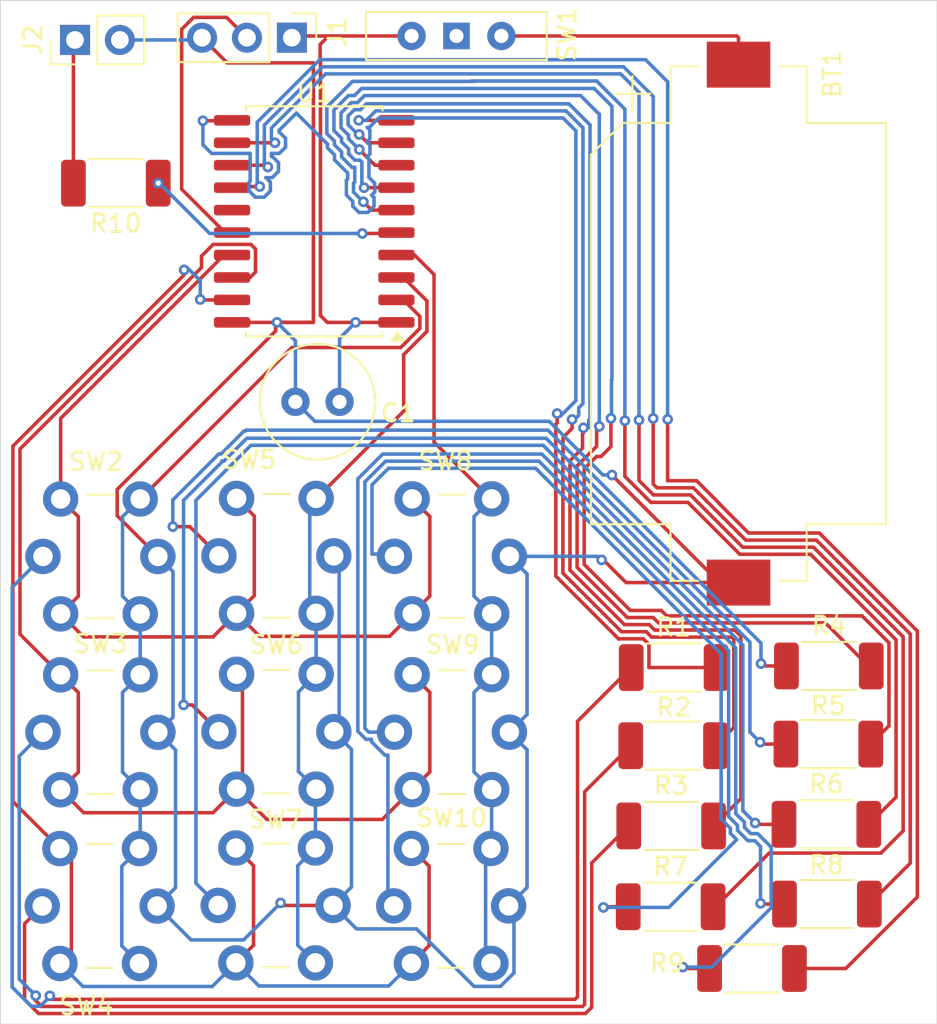
<source format=kicad_pcb>
(kicad_pcb (version 20241229) (generator "pcbnew") (generator_version "9.0")
  (layers (0 "F.Cu" signal) (2 "B.Cu" signal) (13 "F.Paste" user) (15 "B.Paste" user) (5 "F.SilkS" user "F.Silkscreen") (7 "B.SilkS" user "B.Silkscreen") (1 "F.Mask" user) (3 "B.Mask" user) (25 "Edge.Cuts" user))
  (net 0 "")
  (net 1 "GND")
  (net 2 "Net-(BT1-+)")
  (net 3 "BUTTON_ROW0")
  (net 4 "BUTTON_ROW1")
  (net 5 "BUTTON_ROW2")
  (net 6 "VCC")
  (net 7 "UPDI_DIN")
  (net 8 "LED0")
  (net 9 "LED1")
  (net 10 "LED2")
  (net 11 "LED3")
  (net 12 "LED4")
  (net 13 "LED5")
  (net 14 "LED6")
  (net 15 "LED7")
  (net 16 "LED8")
  (net 18 "BUTTON_COL0")
  (net 19 "BUTTON_COL1")
  (net 20 "BUTTON_COL2")
  (net 22 "SW_UART_TX")
  (net 23 "LED0_DRIVE")
  (net 24 "LED1_DRIVE")
  (net 25 "LED2_DRIVE")
  (net 26 "LED3_DRIVE")
  (net 27 "LED4_DRIVE")
  (net 28 "LED5_DRIVE")
  (net 29 "LED6_DRIVE")
  (net 30 "LED7_DRIVE")
  (net 31 "LED8_DRIVE")
  (net 32 "Net-(J2-Pin_1)")
  (footprint "Library:sw_push_6mm2_LED" (layer "F.Cu") (at 122.498 94.751)
    (property "Reference" "SW3")
    (property "Value" "SW_Push_LED" (hide yes))
  )
  (footprint "Resistor_SMD:R_2010_5025Metric_Pad1.40x2.65mm_HandSolder" (layer "F.Cu") (at 166.9582 93.2492)
    (property "Reference" "R4")
    (property "Value" "3.3K")
  )
  (footprint "Library:sw_push_6mm2_LED" (layer "F.Cu") (at 122.498 84.8044)
    (property "Reference" "SW2")
    (property "Value" "SW_Push_LED" (hide yes))
  )
  (footprint "Button_Switch_THT:SW_Slide-03_Wuerth-WS-SLTV_10x2.5x6.4_P2.54mm" (layer "F.Cu") (at 145.89 57.61 180)
    (property "Reference" "SW1")
    (property "Value" "PWR_SW")
  )
  (footprint "Library:sw_push_6mm2_LED" (layer "F.Cu") (at 132.452 94.717)
    (property "Reference" "SW6")
    (property "Value" "SW_Push_LED" (hide yes))
  )
  (footprint "Resistor_SMD:R_2010_5025Metric_Pad1.40x2.65mm_HandSolder" (layer "F.Cu") (at 158.0382 102.2992)
    (property "Reference" "R3")
    (property "Value" "3.3K")
  )
  (footprint "Battery:BatteryHolder_Keystone_1060_1x2032" (layer "F.Cu") (at 161.8488 73.8828 -90)
    (property "Reference" "BT1")
    (property "Value" "Battery_Cell")
  )
  (footprint "Library:sw_push_6mm2_LED" (layer "F.Cu") (at 142.3412 104.573)
    (property "Reference" "SW10")
    (property "Value" "SW_Push_LED" (hide yes))
  )
  (footprint "Library:sw_push_6mm2_LED" (layer "F.Cu") (at 132.4102 104.5464)
    (property "Reference" "SW7")
    (property "Value" "SW_Push_LED" (hide yes))
  )
  (footprint "Resistor_SMD:R_2010_5025Metric_Pad1.40x2.65mm_HandSolder" (layer "F.Cu") (at 126.619 65.9384 180)
    (property "Reference" "R10")
    (property "Value" "1k" (hide yes))
  )
  (footprint "Resistor_SMD:R_2010_5025Metric_Pad1.40x2.65mm_HandSolder" (layer "F.Cu") (at 166.9282 97.6692)
    (property "Reference" "R5")
    (property "Value" "3.3K")
  )
  (footprint "Library:sw_push_6mm2_LED" (layer "F.Cu") (at 122.4562 104.5804)
    (property "Reference" "SW4")
    (property "Value" "SW_Push_LED" (hide yes))
  )
  (footprint "Resistor_SMD:R_2010_5025Metric_Pad1.40x2.65mm_HandSolder" (layer "F.Cu") (at 158.0082 106.8692)
    (property "Reference" "R7")
    (property "Value" "3.3K")
  )
  (footprint "Connector_PinHeader_2.54mm:PinHeader_1x03_P2.54mm_Vertical" (layer "F.Cu") (at 136.5758 57.7088 -90)
    (property "Reference" "J1")
    (property "Value" "PRGRM")
  )
  (footprint "Package_SO:SOIC-20W_7.5x12.8mm_P1.27mm" (layer "F.Cu") (at 137.844 68.0974 180)
    (property "Reference" "U1")
    (property "Value" "ATtiny1616-S" (hide yes))
  )
  (footprint "Resistor_SMD:R_2010_5025Metric_Pad1.40x2.65mm_HandSolder" (layer "F.Cu") (at 166.8182 102.2092)
    (property "Reference" "R6")
    (property "Value" "3.3K")
  )
  (footprint "Resistor_SMD:R_2010_5025Metric_Pad1.40x2.65mm_HandSolder" (layer "F.Cu") (at 158.1782 93.3392)
    (property "Reference" "R1")
    (property "Value" "3.3K")
  )
  (footprint "Resistor_SMD:R_2010_5025Metric_Pad1.40x2.65mm_HandSolder" (layer "F.Cu") (at 166.8482 106.7192)
    (property "Reference" "R8")
    (property "Value" "3.3K")
  )
  (footprint "Resistor_SMD:R_2010_5025Metric_Pad1.40x2.65mm_HandSolder" (layer "F.Cu") (at 158.1482 97.7592)
    (property "Reference" "R2")
    (property "Value" "3.3K")
  )
  (footprint "Library:sw_push_6mm2_LED" (layer "F.Cu") (at 142.383 84.797)
    (property "Reference" "SW8")
    (property "Value" "SW_Push_LED" (hide yes))
  )
  (footprint "Library:sw_push_6mm2_LED" (layer "F.Cu") (at 132.452 84.7704)
    (property "Reference" "SW5")
    (property "Value" "SW_Push_LED" (hide yes))
  )
  (footprint "Library:sw_push_6mm2_LED" (layer "F.Cu") (at 142.383 94.7436)
    (property "Reference" "SW9")
    (property "Value" "SW_Push_LED" (hide yes))
  )
  (footprint "Capacitor_THT:C_Radial_D6.3mm_H7.0mm_P2.50mm" (layer "F.Cu") (at 139.279 78.3082 180)
    (property "Reference" "C1")
    (property "Value" "10uF" (hide yes))
  )
  (footprint "Resistor_SMD:R_2010_5025Metric_Pad1.40x2.65mm_HandSolder" (layer "F.Cu") (at 162.6108 110.363)
    (property "Reference" "R9")
    (property "Value" "3.3K")
  )
  (footprint "Connector_PinHeader_2.54mm:PinHeader_1x02_P2.54mm_Vertical" (layer "F.Cu") (at 124.3076 57.8358 90)
    (property "Reference" "J2")
    (property "Value" "DEBUG")
  )
  (gr_rect (start 120.0912 55.6006) (end 173.0756 113.5126) (stroke (width 0.05)) (fill no) (layer "Edge.Cuts"))
  (segment (start 160.7704 88.5328) (end 154.686 82.4484) (width 0.2) (layer "F.Cu") (net 1))
  (segment (start 135.9408 106.6546) (end 136.0826 106.7964) (width 0.2) (layer "F.Cu") (net 1))
  (segment (start 133.194 73.8124) (end 137.795 73.8124) (width 0.2) (layer "F.Cu") (net 1))
  (segment (start 132.9182 59.1312) (end 131.4958 57.7088) (width 0.2) (layer "F.Cu") (net 1))
  (segment (start 161.8488 88.5328) (end 160.7704 88.5328) (width 0.2) (layer "F.Cu") (net 1))
  (segment (start 126.697 83.265508) (end 126.697 84.7534) (width 0.2) (layer "F.Cu") (net 1))
  (segment (start 135.6614 74.301108) (end 126.697 83.265508) (width 0.2) (layer "F.Cu") (net 1))
  (segment (start 137.795 73.8124) (end 135.7376 73.8124) (width 0.2) (layer "F.Cu") (net 1))
  (segment (start 126.697 84.7534) (end 128.998 87.0544) (width 0.2) (layer "F.Cu") (net 1))
  (segment (start 135.7376 73.8124) (end 135.6614 73.8886) (width 0.2) (layer "F.Cu") (net 1))
  (segment (start 154.1526 87.1982) (end 154.1018 87.249) (width 0.2) (layer "F.Cu") (net 1))
  (segment (start 136.0826 106.7964) (end 138.9102 106.7964) (width 0.2) (layer "F.Cu") (net 1))
  (segment (start 135.6614 73.8886) (end 135.6614 74.301108) (width 0.2) (layer "F.Cu") (net 1))
  (segment (start 137.795 59.1312) (end 132.9182 59.1312) (width 0.2) (layer "F.Cu") (net 1))
  (segment (start 137.795 73.8124) (end 137.795 59.1312) (width 0.2) (layer "F.Cu") (net 1))
  (segment (start 135.7376 73.8124) (end 136.1694 73.8124) (width 0.2) (layer "F.Cu") (net 1))
  (segment (start 155.4872 88.5328) (end 154.1526 87.1982) (width 0.2) (layer "F.Cu") (net 1))
  (segment (start 161.8488 88.5328) (end 155.4872 88.5328) (width 0.2) (layer "F.Cu") (net 1))
  (via (at 135.7376 73.8124) (size 0.6) (drill 0.3) (layers "F.Cu" "B.Cu") (net 1))
  (via (at 135.9408 106.6546) (size 0.6) (drill 0.3) (layers "F.Cu" "B.Cu") (net 1))
  (via (at 154.1018 87.249) (size 0.6) (drill 0.3) (layers "F.Cu" "B.Cu") (net 1))
  (via (at 154.686 82.4484) (size 0.6) (drill 0.3) (layers "F.Cu" "B.Cu") (net 1))
  (segment (start 148.883 87.047) (end 149.883 88.047) (width 0.2) (layer "B.Cu") (net 1))
  (segment (start 153.8998 87.047) (end 148.883 87.047) (width 0.2) (layer "B.Cu") (net 1))
  (segment (start 129.8534 96.1456) (end 128.998 97.001) (width 0.2) (layer "B.Cu") (net 1))
  (segment (start 137.88 79.4092) (end 136.779 78.3082) (width 0.2) (layer "B.Cu") (net 1))
  (segment (start 148.380092 111.374) (end 146.8832 111.374) (width 0.2) (layer "B.Cu") (net 1))
  (segment (start 138.952 96.967) (end 139.952 97.967) (width 0.2) (layer "B.Cu") (net 1))
  (segment (start 149.883 97.9936) (end 149.883 105.7812) (width 0.2) (layer "B.Cu") (net 1))
  (segment (start 128.9562 106.8304) (end 130.8712 108.7454) (width 0.2) (layer "B.Cu") (net 1))
  (segment (start 149.1422 110.611892) (end 148.380092 111.374) (width 0.2) (layer "B.Cu") (net 1))
  (segment (start 129.998 105.7886) (end 128.9562 106.8304) (width 0.2) (layer "B.Cu") (net 1))
  (segment (start 139.253 96.666) (end 138.952 96.967) (width 0.2) (layer "B.Cu") (net 1))
  (segment (start 136.779 74.8538) (end 136.779 78.3082) (width 0.2) (layer "B.Cu") (net 1))
  (segment (start 149.883 88.047) (end 149.883 95.9936) (width 0.2) (layer "B.Cu") (net 1))
  (segment (start 128.998 87.0544) (end 129.8534 87.9098) (width 0.2) (layer "B.Cu") (net 1))
  (segment (start 153.8998 87.047) (end 154.1018 87.249) (width 0.2) (layer "B.Cu") (net 1))
  (segment (start 149.883 105.7812) (end 148.8412 106.823) (width 0.2) (layer "B.Cu") (net 1))
  (segment (start 143.6332 108.124) (end 140.2378 108.124) (width 0.2) (layer "B.Cu") (net 1))
  (segment (start 148.883 96.9936) (end 149.883 97.9936) (width 0.2) (layer "B.Cu") (net 1))
  (segment (start 148.8412 106.823) (end 149.1422 107.124) (width 0.2) (layer "B.Cu") (net 1))
  (segment (start 129.998 98.001) (end 129.998 105.7886) (width 0.2) (layer "B.Cu") (net 1))
  (segment (start 140.2378 108.124) (end 138.9102 106.7964) (width 0.2) (layer "B.Cu") (net 1))
  (segment (start 133.85 108.7454) (end 135.9408 106.6546) (width 0.2) (layer "B.Cu") (net 1))
  (segment (start 139.952 97.967) (end 139.952 105.7546) (width 0.2) (layer "B.Cu") (net 1))
  (segment (start 130.8712 108.7454) (end 133.85 108.7454) (width 0.2) (layer "B.Cu") (net 1))
  (segment (start 151.1383 79.4092) (end 137.88 79.4092) (width 0.2) (layer "B.Cu") (net 1))
  (segment (start 129.8534 87.9098) (end 129.8534 96.1456) (width 0.2) (layer "B.Cu") (net 1))
  (segment (start 139.952 105.7546) (end 138.9102 106.7964) (width 0.2) (layer "B.Cu") (net 1))
  (segment (start 139.253 87.3214) (end 139.253 96.666) (width 0.2) (layer "B.Cu") (net 1))
  (segment (start 154.1775 82.4484) (end 151.1383 79.4092) (width 0.2) (layer "B.Cu") (net 1))
  (segment (start 126.8476 57.8358) (end 131.3688 57.8358) (width 0.2) (layer "B.Cu") (net 1))
  (segment (start 146.8832 111.374) (end 143.6332 108.124) (width 0.2) (layer "B.Cu") (net 1))
  (segment (start 131.3688 57.8358) (end 131.4958 57.7088) (width 0.2) (layer "B.Cu") (net 1))
  (segment (start 138.952 87.0204) (end 139.253 87.3214) (width 0.2) (layer "B.Cu") (net 1))
  (segment (start 128.998 97.001) (end 129.998 98.001) (width 0.2) (layer "B.Cu") (net 1))
  (segment (start 135.7376 73.8124) (end 136.779 74.8538) (width 0.2) (layer "B.Cu") (net 1))
  (segment (start 154.686 82.4484) (end 154.1775 82.4484) (width 0.2) (layer "B.Cu") (net 1))
  (segment (start 149.1422 107.124) (end 149.1422 110.611892) (width 0.2) (layer "B.Cu") (net 1))
  (segment (start 149.883 95.9936) (end 148.883 96.9936) (width 0.2) (layer "B.Cu") (net 1))
  (segment (start 148.43 57.61) (end 161.75 57.61) (width 0.2) (layer "F.Cu") (net 2))
  (segment (start 161.75 57.61) (end 161.8488 57.7088) (width 0.2) (layer "F.Cu") (net 2))
  (segment (start 161.8488 57.7088) (end 161.8488 59.2328) (width 0.2) (layer "F.Cu") (net 2))
  (segment (start 127.998 83.8044) (end 128.0062 83.8044) (width 0.2) (layer "F.Cu") (net 3))
  (segment (start 143.82 74.153368) (end 143.82 73.471432) (width 0.2) (layer "F.Cu") (net 3))
  (segment (start 142.890968 72.5424) (end 142.494 72.5424) (width 0.2) (layer "F.Cu") (net 3))
  (segment (start 142.738568 75.2348) (end 143.82 74.153368) (width 0.2) (layer "F.Cu") (net 3))
  (segment (start 143.82 73.471432) (end 142.890968 72.5424) (width 0.2) (layer "F.Cu") (net 3))
  (segment (start 128.0062 83.8044) (end 136.5758 75.2348) (width 0.2) (layer "F.Cu") (net 3))
  (segment (start 136.5758 75.2348) (end 142.738568 75.2348) (width 0.2) (layer "F.Cu") (net 3))
  (segment (start 126.998 89.3044) (end 127.998 90.3044) (width 0.2) (layer "B.Cu") (net 3))
  (segment (start 126.9562 104.5804) (end 126.9562 109.0804) (width 0.2) (layer "B.Cu") (net 3))
  (segment (start 127.998 103.5386) (end 127.9562 103.5804) (width 0.2) (layer "B.Cu") (net 3))
  (segment (start 126.998 84.8044) (end 126.998 89.3044) (width 0.2) (layer "B.Cu") (net 3))
  (segment (start 127.998 90.3044) (end 127.998 93.751) (width 0.2) (layer "B.Cu") (net 3))
  (segment (start 127.998 93.751) (end 126.998 94.751) (width 0.2) (layer "B.Cu") (net 3))
  (segment (start 126.998 94.751) (end 126.998 99.251) (width 0.2) (layer "B.Cu") (net 3))
  (segment (start 126.998 99.251) (end 127.998 100.251) (width 0.2) (layer "B.Cu") (net 3))
  (segment (start 127.998 83.8044) (end 126.998 84.8044) (width 0.2) (layer "B.Cu") (net 3))
  (segment (start 126.9562 109.0804) (end 127.9562 110.0804) (width 0.2) (layer "B.Cu") (net 3))
  (segment (start 127.998 100.251) (end 127.998 103.5386) (width 0.2) (layer "B.Cu") (net 3))
  (segment (start 127.9562 103.5804) (end 126.9562 104.5804) (width 0.2) (layer "B.Cu") (net 3))
  (segment (start 142.890968 71.2724) (end 144.221 72.602432) (width 0.2) (layer "F.Cu") (net 4))
  (segment (start 142.904668 75.6358) (end 142.904668 78.837332) (width 0.2) (layer "F.Cu") (net 4))
  (segment (start 144.221 74.319468) (end 142.904668 75.6358) (width 0.2) (layer "F.Cu") (net 4))
  (segment (start 142.904668 78.837332) (end 137.9716 83.7704) (width 0.2) (layer "F.Cu") (net 4))
  (segment (start 142.494 71.2724) (end 142.890968 71.2724) (width 0.2) (layer "F.Cu") (net 4))
  (segment (start 137.9716 83.7704) (end 137.952 83.7704) (width 0.2) (layer "F.Cu") (net 4))
  (segment (start 144.221 72.602432) (end 144.221 74.319468) (width 0.2) (layer "F.Cu") (net 4))
  (segment (start 137.952 93.717) (end 136.952 94.717) (width 0.2) (layer "B.Cu") (net 4))
  (segment (start 136.9102 109.0464) (end 137.9102 110.0464) (width 0.2) (layer "B.Cu") (net 4))
  (segment (start 137.5918 89.9102) (end 137.952 90.2704) (width 0.2) (layer "B.Cu") (net 4))
  (segment (start 137.952 100.217) (end 137.952 100.233) (width 0.2) (layer "B.Cu") (net 4))
  (segment (start 137.952 100.233) (end 137.9102 100.2748) (width 0.2) (layer "B.Cu") (net 4))
  (segment (start 136.952 99.217) (end 137.952 100.217) (width 0.2) (layer "B.Cu") (net 4))
  (segment (start 137.9102 103.5464) (end 136.9102 104.5464) (width 0.2) (layer "B.Cu") (net 4))
  (segment (start 137.9102 100.2748) (end 137.9102 103.5464) (width 0.2) (layer "B.Cu") (net 4))
  (segment (start 136.9102 104.5464) (end 136.9102 109.0464) (width 0.2) (layer "B.Cu") (net 4))
  (segment (start 136.952 94.717) (end 136.952 99.217) (width 0.2) (layer "B.Cu") (net 4))
  (segment (start 137.5918 84.1306) (end 137.5918 89.9102) (width 0.2) (layer "B.Cu") (net 4))
  (segment (start 137.952 83.7704) (end 137.5918 84.1306) (width 0.2) (layer "B.Cu") (net 4))
  (segment (start 137.952 90.2704) (end 137.952 93.717) (width 0.2) (layer "B.Cu") (net 4))
  (segment (start 143.518999 70.0024) (end 144.622 71.105401) (width 0.2) (layer "F.Cu") (net 5))
  (segment (start 144.622 80.5886) (end 147.8304 83.797) (width 0.2) (layer "F.Cu") (net 5))
  (segment (start 147.8304 83.797) (end 147.883 83.797) (width 0.2) (layer "F.Cu") (net 5))
  (segment (start 142.494 70.0024) (end 143.518999 70.0024) (width 0.2) (layer "F.Cu") (net 5))
  (segment (start 144.622 71.105401) (end 144.622 80.5886) (width 0.2) (layer "F.Cu") (net 5))
  (segment (start 146.883 99.2436) (end 147.883 100.2436) (width 0.2) (layer "B.Cu") (net 5))
  (segment (start 146.883 94.7436) (end 146.883 99.2436) (width 0.2) (layer "B.Cu") (net 5))
  (segment (start 147.883 100.2436) (end 147.883 103.5312) (width 0.2) (layer "B.Cu") (net 5))
  (segment (start 147.883 93.7436) (end 146.883 94.7436) (width 0.2) (layer "B.Cu") (net 5))
  (segment (start 147.5402 103.874) (end 147.5402 109.772) (width 0.2) (layer "B.Cu") (net 5))
  (segment (start 146.883 84.797) (end 146.883 89.297) (width 0.2) (layer "B.Cu") (net 5))
  (segment (start 147.883 90.297) (end 147.883 93.7436) (width 0.2) (layer "B.Cu") (net 5))
  (segment (start 147.883 103.5312) (end 147.8412 103.573) (width 0.2) (layer "B.Cu") (net 5))
  (segment (start 147.5402 109.772) (end 147.8412 110.073) (width 0.2) (layer "B.Cu") (net 5))
  (segment (start 147.8412 103.573) (end 147.5402 103.874) (width 0.2) (layer "B.Cu") (net 5))
  (segment (start 147.883 83.797) (end 146.883 84.797) (width 0.2) (layer "B.Cu") (net 5))
  (segment (start 146.883 89.297) (end 147.883 90.297) (width 0.2) (layer "B.Cu") (net 5))
  (segment (start 138.176 58.0926) (end 138.6586 57.61) (width 0.2) (layer "F.Cu") (net 6))
  (segment (start 138.176 58.9451) (end 138.176 58.0926) (width 0.2) (layer "F.Cu") (net 6))
  (segment (start 136.6746 57.61) (end 138.6586 57.61) (width 0.2) (layer "F.Cu") (net 6))
  (segment (start 136.5758 57.7088) (end 136.6746 57.61) (width 0.2) (layer "F.Cu") (net 6))
  (segment (start 138.196 58.9651) (end 138.176 58.9451) (width 0.2) (layer "F.Cu") (net 6))
  (segment (start 138.6586 57.61) (end 143.35 57.61) (width 0.2) (layer "F.Cu") (net 6))
  (segment (start 140.1826 73.8124) (end 142.494 73.8124) (width 0.2) (layer "F.Cu") (net 6))
  (segment (start 138.5824 73.8124) (end 140.1826 73.8124) (width 0.2) (layer "F.Cu") (net 6))
  (segment (start 138.196 73.426) (end 138.196 58.9651) (width 0.2) (layer "F.Cu") (net 6))
  (segment (start 138.5824 73.8124) (end 138.196 73.426) (width 0.2) (layer "F.Cu") (net 6))
  (via (at 140.1826 73.8124) (size 0.6) (drill 0.3) (layers "F.Cu" "B.Cu") (net 6))
  (segment (start 139.279 74.716) (end 139.279 78.3082) (width 0.2) (layer "B.Cu") (net 6))
  (segment (start 140.1826 73.8124) (end 139.279 74.716) (width 0.2) (layer "B.Cu") (net 6))
  (segment (start 132.797032 68.7324) (end 133.194 68.7324) (width 0.2) (layer "F.Cu") (net 7))
  (segment (start 132.8848 56.5578) (end 131.01904 56.5578) (width 0.2) (layer "F.Cu") (net 7))
  (segment (start 134.0358 57.7088) (end 132.8848 56.5578) (width 0.2) (layer "F.Cu") (net 7))
  (segment (start 130.3448 57.23204) (end 130.3448 66.280168) (width 0.2) (layer "F.Cu") (net 7))
  (segment (start 130.3448 66.280168) (end 132.797032 68.7324) (width 0.2) (layer "F.Cu") (net 7))
  (segment (start 131.01904 56.5578) (end 130.3448 57.23204) (width 0.2) (layer "F.Cu") (net 7))
  (segment (start 151.511 82.1944) (end 151.511 88.1634) (width 0.2) (layer "F.Cu") (net 8))
  (segment (start 131.5466 62.4078) (end 133.1686 62.4078) (width 0.2) (layer "F.Cu") (net 8))
  (segment (start 151.5872 78.9686) (end 151.5872 79.502) (width 0.2) (layer "F.Cu") (net 8))
  (segment (start 155.09304 91.7132) (end 156.46336 91.7132) (width 0.2) (layer "F.Cu") (net 8))
  (segment (start 156.46336 91.7132) (end 156.7792 92.02904) (width 0.2) (layer "F.Cu") (net 8))
  (segment (start 156.7792 93.3392) (end 160.5782 93.3392) (width 0.2) (layer "F.Cu") (net 8))
  (segment (start 155.07692 91.72932) (end 155.09304 91.7132) (width 0.2) (layer "F.Cu") (net 8))
  (segment (start 151.511 82.2706) (end 151.511 82.1944) (width 0.2) (layer "F.Cu") (net 8))
  (segment (start 151.511 88.1634) (end 155.07692 91.72932) (width 0.2) (layer "F.Cu") (net 8))
  (segment (start 151.5872 79.502) (end 151.511 79.5782) (width 0.2) (layer "F.Cu") (net 8))
  (segment (start 151.511 79.5782) (end 151.511 82.2706) (width 0.2) (layer "F.Cu") (net 8))
  (segment (start 133.1686 62.4078) (end 133.194 62.3824) (width 0.2) (layer "F.Cu") (net 8))
  (segment (start 156.7792 92.02904) (end 156.7792 93.3392) (width 0.2) (layer "F.Cu") (net 8))
  (via (at 131.5466 62.4078) (size 0.6) (drill 0.3) (layers "F.Cu" "B.Cu") (net 8))
  (via (at 151.5872 78.9686) (size 0.6) (drill 0.3) (layers "F.Cu" "B.Cu") (net 8))
  (segment (start 138.991464 64.615982) (end 138.991464 64.334552) (width 0.2) (layer "B.Cu") (net 8))
  (segment (start 135.8563 63.0514) (end 135.869943 63.0514) (width 0.2) (layer "B.Cu") (net 8))
  (segment (start 140.376306 67.592404) (end 140.024249 67.240347) (width 0.2) (layer "B.Cu") (net 8))
  (segment (start 151.9199 62.25) (end 141.4917 62.25) (width 0.2) (layer "B.Cu") (net 8))
  (segment (start 136.222 63.403457) (end 136.222 63.901343) (width 0.2) (layer "B.Cu") (net 8))
  (segment (start 138.586009 63.726352) (end 136.832478 61.972822) (width 0.2) (layer "B.Cu") (net 8))
  (segment (start 140.991009 62.932911) (end 140.991009 63.430797) (width 0.2) (layer "B.Cu") (net 8))
  (segment (start 141.226249 66.742461) (end 141.226249 67.240347) (width 0.2) (layer "B.Cu") (net 8))
  (segment (start 139.7362 65.360718) (end 138.991464 64.615982) (width 0.2) (layer "B.Cu") (net 8))
  (segment (start 152.6448 78.2412) (end 152.6448 62.9749) (width 0.2) (layer "B.Cu") (net 8))
  (segment (start 140.9392 65.616457) (end 141.2662 65.943457) (width 0.2) (layer "B.Cu") (net 8))
  (segment (start 139.663199 66.607443) (end 139.6632 65.777357) (width 0.2) (layer "B.Cu") (net 8))
  (segment (start 132.0377 64.2534) (end 131.5466 63.7623) (width 0.2) (layer "B.Cu") (net 8))
  (segment (start 140.841498 62.7834) (end 140.991009 62.932911) (width 0.2) (layer "B.Cu") (net 8))
  (segment (start 131.5466 63.7623) (end 131.5466 62.4078) (width 0.2) (layer "B.Cu") (net 8))
  (segment (start 135.468943 64.423) (end 135.821 64.775057) (width 0.2) (layer "B.Cu") (net 8))
  (segment (start 141.4917 62.25) (end 140.9583 62.7834) (width 0.2) (layer "B.Cu") (net 8))
  (segment (start 152.6448 62.9749) (end 151.9199 62.25) (width 0.2) (layer "B.Cu") (net 8))
  (segment (start 151.773879 79.112121) (end 152.6448 78.2412) (width 0.2) (layer "B.Cu") (net 8))
  (segment (start 140.9392 64.580988) (end 140.9392 65.616457) (width 0.2) (layer "B.Cu") (net 8))
  (segment (start 138.586009 63.929097) (end 138.586009 63.726352) (width 0.2) (layer "B.Cu") (net 8))
  (segment (start 139.6632 65.777357) (end 139.7362 65.704357) (width 0.2) (layer "B.Cu") (net 8))
  (segment (start 135.361715 65.878942) (end 135.361715 66.376828) (width 0.2) (layer "B.Cu") (net 8))
  (segment (start 135.821 64.775057) (end 135.821 65.272943) (width 0.2) (layer "B.Cu") (net 8))
  (segment (start 134.511772 66.728885) (end 134.159715 66.376828) (width 0.2) (layer "B.Cu") (net 8))
  (segment (start 134.159715 65.878942) (end 134.219 65.819657) (width 0.2) (layer "B.Cu") (net 8))
  (segment (start 135.361715 66.376828) (end 135.009658 66.728885) (width 0.2) (layer "B.Cu") (net 8))
  (segment (start 135.821 65.272943) (end 135.468943 65.625) (width 0.2) (layer "B.Cu") (net 8))
  (segment (start 140.991009 63.430797) (end 140.815687 63.606119) (width 0.2) (layer "B.Cu") (net 8))
  (segment (start 136.222 63.901343) (end 135.869943 64.2534) (width 0.2) (layer "B.Cu") (net 8))
  (segment (start 141.2662 66.441343) (end 141.095665 66.611878) (width 0.2) (layer "B.Cu") (net 8))
  (segment (start 141.226249 67.240347) (end 140.874192 67.592404) (width 0.2) (layer "B.Cu") (net 8))
  (segment (start 140.995464 63.785896) (end 140.995464 64.283782) (width 0.2) (layer "B.Cu") (net 8))
  (segment (start 135.422 64.2534) (end 135.422 64.423) (width 0.2) (layer "B.Cu") (net 8))
  (segment (start 135.869943 64.2534) (end 135.422 64.2534) (width 0.2) (layer "B.Cu") (net 8))
  (segment (start 135.009658 66.728885) (end 134.511772 66.728885) (width 0.2) (layer "B.Cu") (net 8))
  (segment (start 139.7362 65.704357) (end 139.7362 65.360718) (width 0.2) (layer "B.Cu") (net 8))
  (segment (start 135.422 64.423) (end 135.468943 64.423) (width 0.2) (layer "B.Cu") (net 8))
  (segment (start 140.024249 66.968492) (end 139.663199 66.607443) (width 0.2) (layer "B.Cu") (net 8))
  (segment (start 135.468943 65.625) (end 135.107773 65.625) (width 0.2) (layer "B.Cu") (net 8))
  (segment (start 134.159715 66.376828) (end 134.159715 65.878942) (width 0.2) (layer "B.Cu") (net 8))
  (segment (start 151.5872 78.9686) (end 151.730721 79.112121) (width 0.2) (layer "B.Cu") (net 8))
  (segment (start 140.995464 64.283782) (end 140.818729 64.460517) (width 0.2) (layer "B.Cu") (net 8))
  (segment (start 140.874192 67.592404) (end 140.376306 67.592404) (width 0.2) (layer "B.Cu") (net 8))
  (segment (start 140.024249 67.240347) (end 140.024249 66.968492) (width 0.2) (layer "B.Cu") (net 8))
  (segment (start 134.219 64.2534) (end 132.0377 64.2534) (width 0.2) (layer "B.Cu") (net 8))
  (segment (start 138.991464 64.334552) (end 138.586009 63.929097) (width 0.2) (layer "B.Cu") (net 8))
  (segment (start 135.8563 62.949) (end 135.8563 63.0514) (width 0.2) (layer "B.Cu") (net 8))
  (segment (start 140.818729 64.460517) (end 140.9392 64.580988) (width 0.2) (layer "B.Cu") (net 8))
  (segment (start 141.095665 66.611878) (end 141.226249 66.742461) (width 0.2) (layer "B.Cu") (net 8))
  (segment (start 140.815687 63.606119) (end 140.995464 63.785896) (width 0.2) (layer "B.Cu") (net 8))
  (segment (start 135.107773 65.625) (end 135.361715 65.878942) (width 0.2) (layer "B.Cu") (net 8))
  (segment (start 141.2662 65.943457) (end 141.2662 66.441343) (width 0.2) (layer "B.Cu") (net 8))
  (segment (start 140.9583 62.7834) (end 140.841498 62.7834) (width 0.2) (layer "B.Cu") (net 8))
  (segment (start 135.869943 63.0514) (end 136.222 63.403457) (width 0.2) (layer "B.Cu") (net 8))
  (segment (start 136.832478 61.972822) (end 135.8563 62.949) (width 0.2) (layer "B.Cu") (net 8))
  (segment (start 151.730721 79.112121) (end 151.773879 79.112121) (width 0.2) (layer "B.Cu") (net 8))
  (segment (start 134.219 65.819657) (end 134.219 64.2534) (width 0.2) (layer "B.Cu") (net 8))
  (segment (start 161.4678 91.6178) (end 161.5792 91.7292) (width 0.2) (layer "F.Cu") (net 9))
  (segment (start 161.5792 96.7282) (end 160.5482 97.7592) (width 0.2) (layer "F.Cu") (net 9))
  (segment (start 156.62946 91.3122) (end 156.93506 91.6178) (width 0.2) (layer "F.Cu") (net 9))
  (segment (start 151.9174 80.32242) (end 151.9174 81.4832) (width 0.2) (layer "F.Cu") (net 9))
  (segment (start 156.93506 91.6178) (end 161.4678 91.6178) (width 0.2) (layer "F.Cu") (net 9))
  (segment (start 151.912 87.9973) (end 155.2269 91.3122) (width 0.2) (layer "F.Cu") (net 9))
  (segment (start 155.2269 91.3122) (end 156.62946 91.3122) (width 0.2) (layer "F.Cu") (net 9))
  (segment (start 152.430565 79.303965) (end 152.430565 79.809255) (width 0.2) (layer "F.Cu") (net 9))
  (segment (start 151.9174 81.4832) (end 151.912 81.4778) (width 0.2) (layer "F.Cu") (net 9))
  (segment (start 161.5792 91.7292) (end 161.5792 96.7282) (width 0.2) (layer "F.Cu") (net 9))
  (segment (start 152.430565 79.809255) (end 151.9174 80.32242) (width 0.2) (layer "F.Cu") (net 9))
  (segment (start 140.3604 62.3824) (end 142.494 62.3824) (width 0.2) (layer "F.Cu") (net 9))
  (segment (start 151.912 81.4778) (end 151.912 87.9973) (width 0.2) (layer "F.Cu") (net 9))
  (via (at 152.430565 79.303965) (size 0.6) (drill 0.3) (layers "F.Cu" "B.Cu") (net 9))
  (via (at 140.3604 62.3824) (size 0.6) (drill 0.3) (layers "F.Cu" "B.Cu") (net 9))
  (segment (start 153.0458 78.4073) (end 153.0458 62.8088) (width 0.2) (layer "B.Cu") (net 9))
  (segment (start 141.3256 61.849) (end 140.7922 62.3824) (width 0.2) (layer "B.Cu") (net 9))
  (segment (start 153.0458 62.8088) (end 152.086 61.849) (width 0.2) (layer "B.Cu") (net 9))
  (segment (start 152.8064 78.6467) (end 153.0458 78.4073) (width 0.2) (layer "B.Cu") (net 9))
  (segment (start 152.430565 79.303965) (end 152.572635 79.303965) (width 0.2) (layer "B.Cu") (net 9))
  (segment (start 140.7922 62.3824) (end 140.3604 62.3824) (width 0.2) (layer "B.Cu") (net 9))
  (segment (start 152.086 61.849) (end 141.3256 61.849) (width 0.2) (layer "B.Cu") (net 9))
  (segment (start 152.572635 79.303965) (end 152.8064 79.0702) (width 0.2) (layer "B.Cu") (net 9))
  (segment (start 152.8064 79.0702) (end 152.8064 78.6467) (width 0.2) (layer "B.Cu") (net 9))
  (segment (start 161.6339 91.2168) (end 161.9802 91.5631) (width 0.2) (layer "F.Cu") (net 10))
  (segment (start 153.075691 80.057551) (end 153.022828 80.110414) (width 0.2) (layer "F.Cu") (net 10))
  (segment (start 140.390009 63.181854) (end 140.860555 63.6524) (width 0.2) (layer "F.Cu") (net 10))
  (segment (start 156.79556 90.9112) (end 157.10116 91.2168) (width 0.2) (layer "F.Cu") (net 10))
  (segment (start 140.860555 63.6524) (end 142.494 63.6524) (width 0.2) (layer "F.Cu") (net 10))
  (segment (start 161.9802 100.7572) (end 160.4382 102.2992) (width 0.2) (layer "F.Cu") (net 10))
  (segment (start 155.393 90.9112) (end 156.79556 90.9112) (width 0.2) (layer "F.Cu") (net 10))
  (segment (start 153.075691 79.777058) (end 153.075691 80.057551) (width 0.2) (layer "F.Cu") (net 10))
  (segment (start 153.022828 80.926724) (end 152.313 81.636552) (width 0.2) (layer "F.Cu") (net 10))
  (segment (start 153.022828 80.110414) (end 153.022828 80.926724) (width 0.2) (layer "F.Cu") (net 10))
  (segment (start 157.10116 91.2168) (end 161.6339 91.2168) (width 0.2) (layer "F.Cu") (net 10))
  (segment (start 152.313 87.8312) (end 155.393 90.9112) (width 0.2) (layer "F.Cu") (net 10))
  (segment (start 161.9802 91.5631) (end 161.9802 100.7572) (width 0.2) (layer "F.Cu") (net 10))
  (segment (start 152.313 81.636552) (end 152.313 87.8312) (width 0.2) (layer "F.Cu") (net 10))
  (via (at 140.390009 63.181854) (size 0.6) (drill 0.3) (layers "F.Cu" "B.Cu") (net 10))
  (via (at 153.075691 79.777058) (size 0.6) (drill 0.3) (layers "F.Cu" "B.Cu") (net 10))
  (segment (start 153.075691 79.777058) (end 153.369542 79.777058) (width 0.2) (layer "B.Cu") (net 10))
  (segment (start 139.7594 62.631343) (end 139.7594 62.133457) (width 0.2) (layer "B.Cu") (net 10))
  (segment (start 140.309911 63.181854) (end 139.7594 62.631343) (width 0.2) (layer "B.Cu") (net 10))
  (segment (start 153.370347 79.349853) (end 153.4468 79.2734) (width 0.2) (layer "B.Cu") (net 10))
  (segment (start 153.369542 79.777058) (end 153.370347 79.776253) (width 0.2) (layer "B.Cu") (net 10))
  (segment (start 140.390009 63.181854) (end 140.352555 63.1444) (width 0.2) (layer "B.Cu") (net 10))
  (segment (start 153.4468 62.6427) (end 153.4468 79.2734) (width 0.2) (layer "B.Cu") (net 10))
  (segment (start 140.390009 63.181854) (end 140.309911 63.181854) (width 0.2) (layer "B.Cu") (net 10))
  (segment (start 140.4534 61.7814) (end 140.7868 61.448) (width 0.2) (layer "B.Cu") (net 10))
  (segment (start 153.4468 79.2734) (end 153.4468 79.4058) (width 0.2) (layer "B.Cu") (net 10))
  (segment (start 152.2521 61.448) (end 153.4468 62.6427) (width 0.2) (layer "B.Cu") (net 10))
  (segment (start 153.370347 79.776253) (end 153.370347 79.349853) (width 0.2) (layer "B.Cu") (net 10))
  (segment (start 139.7594 62.133457) (end 140.111457 61.7814) (width 0.2) (layer "B.Cu") (net 10))
  (segment (start 140.111457 61.7814) (end 140.4534 61.7814) (width 0.2) (layer "B.Cu") (net 10))
  (segment (start 140.7868 61.448) (end 152.2521 61.448) (width 0.2) (layer "B.Cu") (net 10))
  (segment (start 157.022 90.5102) (end 157.3276 90.8158) (width 0.2) (layer "F.Cu") (net 11))
  (segment (start 169.1952 93.2492) (end 169.3582 93.2492) (width 0.2) (layer "F.Cu") (net 11))
  (segment (start 157.3276 90.8158) (end 166.7618 90.8158) (width 0.2) (layer "F.Cu") (net 11))
  (segment (start 152.714 87.6651) (end 152.714 81.929952) (width 0.2) (layer "F.Cu") (net 11))
  (segment (start 152.714 87.6651) (end 155.5591 90.5102) (width 0.2) (layer "F.Cu") (net 11))
  (segment (start 153.8224 80.821552) (end 153.8224 79.846039) (width 0.2) (layer "F.Cu") (net 11))
  (segment (start 152.714 81.929952) (end 153.8224 80.821552) (width 0.2) (layer "F.Cu") (net 11))
  (segment (start 153.8224 79.846039) (end 153.971347 79.697092) (width 0.2) (layer "F.Cu") (net 11))
  (segment (start 140.394464 64.034839) (end 141.282025 64.9224) (width 0.2) (layer "F.Cu") (net 11))
  (segment (start 141.282025 64.9224) (end 142.494 64.9224) (width 0.2) (layer "F.Cu") (net 11))
  (segment (start 166.7618 90.8158) (end 169.1952 93.2492) (width 0.2) (layer "F.Cu") (net 11))
  (segment (start 155.5591 90.5102) (end 157.022 90.5102) (width 0.2) (layer "F.Cu") (net 11))
  (via (at 140.394464 64.034839) (size 0.6) (drill 0.3) (layers "F.Cu" "B.Cu") (net 11))
  (via (at 153.971347 79.697092) (size 0.6) (drill 0.3) (layers "F.Cu" "B.Cu") (net 11))
  (segment (start 152.908 60.98) (end 140.696 60.98) (width 0.2) (layer "B.Cu") (net 11))
  (segment (start 140.696 60.98) (end 140.629 61.047) (width 0.2) (layer "B.Cu") (net 11))
  (segment (start 153.971347 62.23) (end 153.971347 62.043347) (width 0.2) (layer "B.Cu") (net 11))
  (segment (start 140.141066 63.782854) (end 140.142479 63.782854) (width 0.2) (layer "B.Cu") (net 11))
  (segment (start 139.789009 63.430797) (end 140.141066 63.782854) (width 0.2) (layer "B.Cu") (net 11))
  (segment (start 153.971347 62.043347) (end 152.908 60.98) (width 0.2) (layer "B.Cu") (net 11))
  (segment (start 139.945357 61.3804) (end 139.3584 61.967357) (width 0.2) (layer "B.Cu") (net 11))
  (segment (start 140.629 61.047) (end 140.6207 61.047) (width 0.2) (layer "B.Cu") (net 11))
  (segment (start 153.971347 79.697092) (end 153.971347 62.23) (width 0.2) (layer "B.Cu") (net 11))
  (segment (start 139.789009 63.228052) (end 139.789009 63.430797) (width 0.2) (layer "B.Cu") (net 11))
  (segment (start 139.3584 61.967357) (end 139.3584 62.797443) (width 0.2) (layer "B.Cu") (net 11))
  (segment (start 140.6207 61.047) (end 140.2873 61.3804) (width 0.2) (layer "B.Cu") (net 11))
  (segment (start 140.142479 63.782854) (end 140.394464 64.034839) (width 0.2) (layer "B.Cu") (net 11))
  (segment (start 153.971347 62.23) (end 153.971347 62.030253) (width 0.2) (layer "B.Cu") (net 11))
  (segment (start 140.2873 61.3804) (end 139.945357 61.3804) (width 0.2) (layer "B.Cu") (net 11))
  (segment (start 139.3584 62.797443) (end 139.789009 63.228052) (width 0.2) (layer "B.Cu") (net 11))
  (segment (start 153.115 87.499) (end 155.7252 90.1092) (width 0.2) (layer "F.Cu") (net 12))
  (segment (start 168.83496 90.4148) (end 170.3592 91.93904) (width 0.2) (layer "F.Cu") (net 12))
  (segment (start 170.3592 91.93904) (end 170.3592 96.6382) (width 0.2) (layer "F.Cu") (net 12))
  (segment (start 154.629885 80.839859) (end 154.629885 79.242856) (width 0.2) (layer "F.Cu") (net 12))
  (segment (start 157.7848 90.4148) (end 168.83496 90.4148) (width 0.2) (layer "F.Cu") (net 12))
  (segment (start 140.6652 66.1924) (end 142.494 66.1924) (width 0.2) (layer "F.Cu") (net 12))
  (segment (start 154.071343 81.3984) (end 154.629885 80.839859) (width 0.2) (layer "F.Cu") (net 12))
  (segment (start 170.3592 96.6382) (end 169.3282 97.6692) (width 0.2) (layer "F.Cu") (net 12))
  (segment (start 154.071343 81.3984) (end 153.812652 81.3984) (width 0.2) (layer "F.Cu") (net 12))
  (segment (start 157.4792 90.1092) (end 157.7848 90.4148) (width 0.2) (layer "F.Cu") (net 12))
  (segment (start 153.812652 81.3984) (end 153.115 82.096052) (width 0.2) (layer "F.Cu") (net 12))
  (segment (start 153.115 82.096052) (end 153.115 87.499) (width 0.2) (layer "F.Cu") (net 12))
  (segment (start 155.7252 90.1092) (end 157.4792 90.1092) (width 0.2) (layer "F.Cu") (net 12))
  (via (at 154.629885 79.242856) (size 0.6) (drill 0.3) (layers "F.Cu" "B.Cu") (net 12))
  (via (at 140.6652 66.1924) (size 0.6) (drill 0.3) (layers "F.Cu" "B.Cu") (net 12))
  (segment (start 139.388009 63.394152) (end 138.9574 62.963543) (width 0.2) (layer "B.Cu") (net 12))
  (segment (start 138.9574 61.801257) (end 139.779257 60.9794) (width 0.2) (layer "B.Cu") (net 12))
  (segment (start 154.6606 77.0674) (end 154.6606 79.248) (width 0.2) (layer "B.Cu") (net 12))
  (segment (start 139.793464 64.002352) (end 139.388009 63.596897) (width 0.2) (layer "B.Cu") (net 12))
  (segment (start 139.388009 63.596897) (end 139.388009 63.394152) (width 0.2) (layer "B.Cu") (net 12))
  (segment (start 138.9574 62.963543) (end 138.9574 61.801257) (width 0.2) (layer "B.Cu") (net 12))
  (segment (start 139.779257 60.9794) (end 140.1212 60.9794) (width 0.2) (layer "B.Cu") (net 12))
  (segment (start 140.5299 60.579) (end 153.679696 60.579) (width 0.2) (layer "B.Cu") (net 12))
  (segment (start 153.679696 60.579) (end 154.686 61.585304) (width 0.2) (layer "B.Cu") (net 12))
  (segment (start 140.1212 60.9794) (end 140.4546 60.646) (width 0.2) (layer "B.Cu") (net 12))
  (segment (start 140.426951 64.635839) (end 140.145521 64.635839) (width 0.2) (layer "B.Cu") (net 12))
  (segment (start 139.793464 64.283782) (end 139.793464 64.002352) (width 0.2) (layer "B.Cu") (net 12))
  (segment (start 140.4629 60.646) (end 140.5299 60.579) (width 0.2) (layer "B.Cu") (net 12))
  (segment (start 140.5382 64.747088) (end 140.426951 64.635839) (width 0.2) (layer "B.Cu") (net 12))
  (segment (start 140.145521 64.635839) (end 139.793464 64.283782) (width 0.2) (layer "B.Cu") (net 12))
  (segment (start 154.686 77.042) (end 154.6606 77.0674) (width 0.2) (layer "B.Cu") (net 12))
  (segment (start 140.4546 60.646) (end 140.4629 60.646) (width 0.2) (layer "B.Cu") (net 12))
  (segment (start 140.5382 66.2432) (end 140.5382 64.747088) (width 0.2) (layer "B.Cu") (net 12))
  (segment (start 154.686 61.585304) (end 154.686 77.042) (width 0.2) (layer "B.Cu") (net 12))
  (segment (start 141.096245 67.4624) (end 142.494 67.4624) (width 0.2) (layer "F.Cu") (net 13))
  (segment (start 158.982 83.9924) (end 156.885309 83.9924) (width 0.2) (layer "F.Cu") (net 13))
  (segment (start 165.91906 86.9318) (end 161.9214 86.9318) (width 0.2) (layer "F.Cu") (net 13))
  (segment (start 170.7602 100.6672) (end 170.7602 91.77294) (width 0.2) (layer "F.Cu") (net 13))
  (segment (start 170.7602 91.77294) (end 165.91906 86.9318) (width 0.2) (layer "F.Cu") (net 13))
  (segment (start 169.2182 102.2092) (end 170.7602 100.6672) (width 0.2) (layer "F.Cu") (net 13))
  (segment (start 155.418898 82.525989) (end 155.418898 79.375) (width 0.2) (layer "F.Cu") (net 13))
  (segment (start 156.885309 83.9924) (end 155.418898 82.525989) (width 0.2) (layer "F.Cu") (net 13))
  (segment (start 161.9214 86.9318) (end 158.982 83.9924) (width 0.2) (layer "F.Cu") (net 13))
  (segment (start 140.625249 66.991404) (end 141.096245 67.4624) (width 0.2) (layer "F.Cu") (net 13))
  (via (at 140.625249 66.991404) (size 0.6) (drill 0.3) (layers "F.Cu" "B.Cu") (net 13))
  (via (at 155.418898 79.375) (size 0.6) (drill 0.3) (layers "F.Cu" "B.Cu") (net 13))
  (segment (start 155.418898 79.375) (end 155.418898 61.751102) (width 0.2) (layer "B.Cu") (net 13))
  (segment (start 146.7266 60.1564) (end 153.824196 60.1564) (width 0.2) (layer "B.Cu") (net 13))
  (segment (start 140.1372 65.870457) (end 140.0642 65.943457) (width 0.2) (layer "B.Cu") (net 13))
  (segment (start 139.392464 64.449882) (end 139.979421 65.036839) (width 0.2) (layer "B.Cu") (net 13))
  (segment (start 139.979421 65.036839) (end 140.1372 65.036839) (width 0.2) (layer "B.Cu") (net 13))
  (segment (start 140.013557 60.178) (end 138.5564 61.635157) (width 0.2) (layer "B.Cu") (net 13))
  (segment (start 138.5564 61.635157) (end 138.5564 63.129643) (width 0.2) (layer "B.Cu") (net 13))
  (segment (start 140.0642 65.943457) (end 140.0642 66.441343) (width 0.2) (layer "B.Cu") (net 13))
  (segment (start 139.392464 64.168452) (end 139.392464 64.449882) (width 0.2) (layer "B.Cu") (net 13))
  (segment (start 138.987009 63.560252) (end 138.987009 63.762997) (width 0.2) (layer "B.Cu") (net 13))
  (segment (start 140.0642 66.441343) (end 140.614262 66.991404) (width 0.2) (layer "B.Cu") (net 13))
  (segment (start 138.5564 63.129643) (end 138.987009 63.560252) (width 0.2) (layer "B.Cu") (net 13))
  (segment (start 140.614262 66.991404) (end 140.625249 66.991404) (width 0.2) (layer "B.Cu") (net 13))
  (segment (start 138.987009 63.762997) (end 139.392464 64.168452) (width 0.2) (layer "B.Cu") (net 13))
  (segment (start 155.418898 61.751102) (end 153.824196 60.1564) (width 0.2) (layer "B.Cu") (net 13))
  (segment (start 146.939 60.178) (end 140.013557 60.178) (width 0.2) (layer "B.Cu") (net 13))
  (segment (start 140.1372 65.036839) (end 140.1372 65.870457) (width 0.2) (layer "B.Cu") (net 13))
  (segment (start 169.90336 103.8352) (end 163.576 103.8352) (width 0.2) (layer "F.Cu") (net 14))
  (segment (start 157.032478 83.572469) (end 159.129169 83.572469) (width 0.2) (layer "F.Cu") (net 14))
  (segment (start 171.1612 102.57736) (end 169.90336 103.8352) (width 0.2) (layer "F.Cu") (net 14))
  (segment (start 135.621 63.6524) (end 133.194 63.6524) (width 0.2) (layer "F.Cu") (net 14))
  (segment (start 156.218428 82.758419) (end 157.032478 83.572469) (width 0.2) (layer "F.Cu") (net 14))
  (segment (start 162.0875 86.5308) (end 166.08516 86.5308) (width 0.2) (layer "F.Cu") (net 14))
  (segment (start 171.1612 91.60684) (end 171.1612 102.57736) (width 0.2) (layer "F.Cu") (net 14))
  (segment (start 163.576 103.8352) (end 160.542 106.8692) (width 0.2) (layer "F.Cu") (net 14))
  (segment (start 159.129169 83.572469) (end 162.0875 86.5308) (width 0.2) (layer "F.Cu") (net 14))
  (segment (start 166.08516 86.5308) (end 171.1612 91.60684) (width 0.2) (layer "F.Cu") (net 14))
  (segment (start 160.542 106.8692) (end 160.4082 106.8692) (width 0.2) (layer "F.Cu") (net 14))
  (segment (start 156.218428 82.758419) (end 156.218428 79.341172) (width 0.2) (layer "F.Cu") (net 14))
  (via (at 135.621 63.6524) (size 0.6) (drill 0.3) (layers "F.Cu" "B.Cu") (net 14))
  (via (at 156.218428 79.341172) (size 0.6) (drill 0.3) (layers "F.Cu" "B.Cu") (net 14))
  (segment (start 138.4828 59.7554) (end 155.1803 59.7554) (width 0.2) (layer "B.Cu") (net 14))
  (segment (start 135.422 62.8162) (end 138.4828 59.7554) (width 0.2) (layer "B.Cu") (net 14))
  (segment (start 156.218428 79.341172) (end 156.218428 60.793528) (width 0.2) (layer "B.Cu") (net 14))
  (segment (start 135.422 63.4534) (end 135.621 63.6524) (width 0.2) (layer "B.Cu") (net 14))
  (segment (start 135.422 62.8162) (end 135.422 63.4534) (width 0.2) (layer "B.Cu") (net 14))
  (segment (start 155.1803 59.7554) (end 156.218428 60.793528) (width 0.2) (layer "B.Cu") (net 14))
  (segment (start 135.1184 64.9224) (end 133.194 64.9224) (width 0.2) (layer "F.Cu") (net 15))
  (segment (start 159.295269 83.171469) (end 162.2536 86.1298) (width 0.2) (layer "F.Cu") (net 15))
  (segment (start 171.5622 104.4052) (end 169.2482 106.7192) (width 0.2) (layer "F.Cu") (net 15))
  (segment (start 171.5622 91.44074) (end 171.5622 104.4052) (width 0.2) (layer "F.Cu") (net 15))
  (segment (start 157.020126 82.959344) (end 157.232251 83.171469) (width 0.2) (layer "F.Cu") (net 15))
  (segment (start 157.232251 83.171469) (end 159.295269 83.171469) (width 0.2) (layer "F.Cu") (net 15))
  (segment (start 166.25126 86.1298) (end 171.5622 91.44074) (width 0.2) (layer "F.Cu") (net 15))
  (segment (start 162.2536 86.1298) (end 166.25126 86.1298) (width 0.2) (layer "F.Cu") (net 15))
  (segment (start 135.22 65.024) (end 135.1184 64.9224) (width 0.2) (layer "F.Cu") (net 15))
  (segment (start 157.020126 79.248) (end 157.020126 82.959344) (width 0.2) (layer "F.Cu") (net 15))
  (via (at 157.020126 79.248) (size 0.6) (drill 0.3) (layers "F.Cu" "B.Cu") (net 15))
  (via (at 135.22 65.024) (size 0.6) (drill 0.3) (layers "F.Cu" "B.Cu") (net 15))
  (segment (start 135.021 64.897) (end 135.093 64.897) (width 0.2) (layer "B.Cu") (net 15))
  (segment (start 135.093 64.897) (end 135.22 65.024) (width 0.2) (layer "B.Cu") (net 15))
  (segment (start 138.3167 59.3544) (end 135.021 62.6501) (width 0.2) (layer "B.Cu") (net 15))
  (segment (start 155.3464 59.3544) (end 138.3167 59.3544) (width 0.2) (layer "B.Cu") (net 15))
  (segment (start 157.020126 79.248) (end 157.020126 61.028126) (width 0.2) (layer "B.Cu") (net 15))
  (segment (start 135.021 62.6501) (end 135.021 64.897) (width 0.2) (layer "B.Cu") (net 15))
  (segment (start 157.020126 61.028126) (end 155.3464 59.3544) (width 0.2) (layer "B.Cu") (net 15))
  (segment (start 167.91556 110.363) (end 171.9632 106.31536) (width 0.2) (layer "F.Cu") (net 16))
  (segment (start 165.0108 110.363) (end 167.91556 110.363) (width 0.2) (layer "F.Cu") (net 16))
  (segment (start 171.9632 91.27464) (end 166.41736 85.7288) (width 0.2) (layer "F.Cu") (net 16))
  (segment (start 166.41736 85.7288) (end 162.4197 85.7288) (width 0.2) (layer "F.Cu") (net 16))
  (segment (start 160.7608 84.0528) (end 159.478469 82.770469) (width 0.2) (layer "F.Cu") (net 16))
  (segment (start 162.4197 85.7288) (end 160.7437 84.0528) (width 0.2) (layer "F.Cu") (net 16))
  (segment (start 160.7437 84.0528) (end 160.7608 84.0528) (width 0.2) (layer "F.Cu") (net 16))
  (segment (start 134.760715 66.127885) (end 133.258515 66.127885) (width 0.2) (layer "F.Cu") (net 16))
  (segment (start 133.258515 66.127885) (end 133.194 66.1924) (width 0.2) (layer "F.Cu") (net 16))
  (segment (start 171.9632 106.31536) (end 171.9632 91.27464) (width 0.2) (layer "F.Cu") (net 16))
  (segment (start 157.837499 82.770469) (end 157.837499 79.2988) (width 0.2) (layer "F.Cu") (net 16))
  (segment (start 159.478469 82.770469) (end 157.837499 82.770469) (width 0.2) (layer "F.Cu") (net 16))
  (via (at 134.760715 66.127885) (size 0.6) (drill 0.3) (layers "F.Cu" "B.Cu") (net 16))
  (via (at 157.837499 79.2988) (size 0.6) (drill 0.3) (layers "F.Cu" "B.Cu") (net 16))
  (segment (start 138.1506 58.9534) (end 134.62 62.484) (width 0.2) (layer "B.Cu") (net 16))
  (segment (start 134.62 66.1416) (end 134.747 66.1416) (width 0.2) (layer "B.Cu") (net 16))
  (segment (start 157.837499 79.2988) (end 157.837499 60.199899) (width 0.2) (layer "B.Cu") (net 16))
  (segment (start 157.837499 60.199899) (end 156.591 58.9534) (width 0.2) (layer "B.Cu") (net 16))
  (segment (start 156.591 58.9534) (end 138.1506 58.9534) (width 0.2) (layer "B.Cu") (net 16))
  (segment (start 134.62 62.484) (end 134.62 66.1416) (width 0.2) (layer "B.Cu") (net 16))
  (segment (start 134.747 66.1416) (end 134.760715 66.127885) (width 0.2) (layer "B.Cu") (net 16))
  (segment (start 123.498 79.2448) (end 123.498 83.8044) (width 0.2) (layer "F.Cu") (net 18))
  (segment (start 124.498 89.3044) (end 123.498 90.3044) (width 0.2) (layer "F.Cu") (net 18))
  (segment (start 144.383 84.797) (end 144.383 89.297) (width 0.2) (layer "F.Cu") (net 18))
  (segment (start 134.753 91.5714) (end 142.1086 91.5714) (width 0.2) (layer "F.Cu") (net 18))
  (segment (start 133.194 70.0024) (end 132.7404 70.0024) (width 0.2) (layer "F.Cu") (net 18))
  (segment (start 143.383 83.797) (end 144.383 84.797) (width 0.2) (layer "F.Cu") (net 18))
  (segment (start 142.1086 91.5714) (end 143.383 90.297) (width 0.2) (layer "F.Cu") (net 18))
  (segment (start 133.452 90.2704) (end 134.753 91.5714) (width 0.2) (layer "F.Cu") (net 18))
  (segment (start 134.452 89.2704) (end 133.452 90.2704) (width 0.2) (layer "F.Cu") (net 18))
  (segment (start 123.498 83.8044) (end 124.498 84.8044) (width 0.2) (layer "F.Cu") (net 18))
  (segment (start 134.452 84.7704) (end 134.452 89.2704) (width 0.2) (layer "F.Cu") (net 18))
  (segment (start 144.383 89.297) (end 143.383 90.297) (width 0.2) (layer "F.Cu") (net 18))
  (segment (start 133.452 83.7704) (end 134.452 84.7704) (width 0.2) (layer "F.Cu") (net 18))
  (segment (start 124.799 91.6054) (end 132.117 91.6054) (width 0.2) (layer "F.Cu") (net 18))
  (segment (start 132.117 91.6054) (end 133.452 90.2704) (width 0.2) (layer "F.Cu") (net 18))
  (segment (start 132.7404 70.0024) (end 123.498 79.2448) (width 0.2) (layer "F.Cu") (net 18))
  (segment (start 124.498 84.8044) (end 124.498 89.3044) (width 0.2) (layer "F.Cu") (net 18))
  (segment (start 123.498 90.3044) (end 124.799 91.6054) (width 0.2) (layer "F.Cu") (net 18))
  (segment (start 121.197 80.9787) (end 121.197 91.45) (width 0.2) (layer "F.Cu") (net 19))
  (segment (start 133.7818 99.8872) (end 133.452 100.217) (width 0.2) (layer "F.Cu") (net 19))
  (segment (start 123.498 93.751) (end 124.498 94.751) (width 0.2) (layer "F.Cu") (net 19))
  (segment (start 131.46625 70.063182) (end 131.46625 70.70945) (width 0.2) (layer "F.Cu") (net 19))
  (segment (start 133.194 71.2724) (end 134.218999 71.2724) (width 0.2) (layer "F.Cu") (net 19))
  (segment (start 134.52 70.971399) (end 134.52 69.661432) (width 0.2) (layer "F.Cu") (net 19))
  (segment (start 121.197 91.45) (end 123.498 93.751) (width 0.2) (layer "F.Cu") (net 19))
  (segment (start 133.452 93.717) (end 133.7818 94.0468) (width 0.2) (layer "F.Cu") (net 19))
  (segment (start 134.52 69.661432) (end 134.259968 69.4014) (width 0.2) (layer "F.Cu") (net 19))
  (segment (start 141.6964 101.9302) (end 143.383 100.2436) (width 0.2) (layer "F.Cu") (net 19))
  (segment (start 124.799 101.552) (end 132.117 101.552) (width 0.2) (layer "F.Cu") (net 19))
  (segment (start 135.1652 101.9302) (end 141.6964 101.9302) (width 0.2) (layer "F.Cu") (net 19))
  (segment (start 134.218999 71.2724) (end 134.52 70.971399) (width 0.2) (layer "F.Cu") (net 19))
  (segment (start 132.128032 69.4014) (end 131.46625 70.063182) (width 0.2) (layer "F.Cu") (net 19))
  (segment (start 143.383 93.7436) (end 144.383 94.7436) (width 0.2) (layer "F.Cu") (net 19))
  (segment (start 133.7818 94.0468) (end 133.7818 99.8872) (width 0.2) (layer "F.Cu") (net 19))
  (segment (start 144.383 94.7436) (end 144.383 99.2436) (width 0.2) (layer "F.Cu") (net 19))
  (segment (start 124.498 99.251) (end 123.498 100.251) (width 0.2) (layer "F.Cu") (net 19))
  (segment (start 134.259968 69.4014) (end 132.128032 69.4014) (width 0.2) (layer "F.Cu") (net 19))
  (segment (start 133.452 100.217) (end 135.1652 101.9302) (width 0.2) (layer "F.Cu") (net 19))
  (segment (start 123.498 100.251) (end 124.799 101.552) (width 0.2) (layer "F.Cu") (net 19))
  (segment (start 132.117 101.552) (end 133.452 100.217) (width 0.2) (layer "F.Cu") (net 19))
  (segment (start 131.46625 70.70945) (end 121.197 80.9787) (width 0.2) (layer "F.Cu") (net 19))
  (segment (start 124.498 94.751) (end 124.498 99.251) (width 0.2) (layer "F.Cu") (net 19))
  (segment (start 144.383 99.2436) (end 143.383 100.2436) (width 0.2) (layer "F.Cu") (net 19))
  (segment (start 133.4102 103.5464) (end 134.4102 104.5464) (width 0.2) (layer "F.Cu") (net 20))
  (segment (start 123.4562 103.5804) (end 124.1044 104.2286) (width 0.2) (layer "F.Cu") (net 20))
  (segment (start 124.1044 104.2286) (end 124.1044 109.4322) (width 0.2) (layer "F.Cu") (net 20))
  (segment (start 130.483185 71.125415) (end 120.796 80.8126) (width 0.2) (layer "F.Cu") (net 20))
  (segment (start 134.4102 104.5464) (end 134.4102 109.0464) (width 0.2) (layer "F.Cu") (net 20))
  (segment (start 144.3412 109.073) (end 143.3412 110.073) (width 0.2) (layer "F.Cu") (net 20))
  (segment (start 143.3412 103.573) (end 144.3412 104.573) (width 0.2) (layer "F.Cu") (net 20))
  (segment (start 131.4196 72.5424) (end 131.3942 72.517) (width 0.2) (layer "F.Cu") (net 20))
  (segment (start 134.4102 109.0464) (end 133.4102 110.0464) (width 0.2) (layer "F.Cu") (net 20))
  (segment (start 124.1044 109.4322) (end 123.4562 110.0804) (width 0.2) (layer "F.Cu") (net 20))
  (segment (start 133.194 72.5424) (end 131.4196 72.5424) (width 0.2) (layer "F.Cu") (net 20))
  (segment (start 120.796 100.9202) (end 123.4562 103.5804) (width 0.2) (layer "F.Cu") (net 20))
  (segment (start 120.796 80.8126) (end 120.796 100.9202) (width 0.2) (layer "F.Cu") (net 20))
  (segment (start 130.483185 70.843985) (end 130.483185 71.125415) (width 0.2) (layer "F.Cu") (net 20))
  (segment (start 144.3412 104.573) (end 144.3412 109.073) (width 0.2) (layer "F.Cu") (net 20))
  (via (at 130.483185 70.843985) (size 0.6) (drill 0.3) (layers "F.Cu" "B.Cu") (net 20))
  (via (at 131.3942 72.517) (size 0.6) (drill 0.3) (layers "F.Cu" "B.Cu") (net 20))
  (segment (start 134.7174 111.3536) (end 142.0606 111.3536) (width 0.2) (layer "B.Cu") (net 20))
  (segment (start 131.3942 71.4502) (end 130.683 70.739) (width 0.2) (layer "B.Cu") (net 20))
  (segment (start 132.0752 111.3814) (end 133.4102 110.0464) (width 0.2) (layer "B.Cu") (net 20))
  (segment (start 123.4562 110.0804) (end 124.7572 111.3814) (width 0.2) (layer "B.Cu") (net 20))
  (segment (start 133.4102 110.0464) (end 134.7174 111.3536) (width 0.2) (layer "B.Cu") (net 20))
  (segment (start 130.683 70.739) (end 130.58817 70.739) (width 0.2) (layer "B.Cu") (net 20))
  (segment (start 130.58817 70.739) (end 130.483185 70.843985) (width 0.2) (layer "B.Cu") (net 20))
  (segment (start 131.3942 72.517) (end 131.3942 71.4502) (width 0.2) (layer "B.Cu") (net 20))
  (segment (start 142.0606 111.3536) (end 143.3412 110.073) (width 0.2) (layer "B.Cu") (net 20))
  (segment (start 124.7572 111.3814) (end 132.0752 111.3814) (width 0.2) (layer "B.Cu") (net 20))
  (segment (start 140.5636 68.7832) (end 142.4432 68.7832) (width 0.2) (layer "F.Cu") (net 22))
  (segment (start 142.4432 68.7832) (end 142.494 68.7324) (width 0.2) (layer "F.Cu") (net 22))
  (via (at 140.5636 68.7832) (size 0.6) (drill 0.3) (layers "F.Cu" "B.Cu") (net 22))
  (via (at 129.019 65.9384) (size 0.6) (drill 0.3) (layers "F.Cu" "B.Cu") (net 22))
  (segment (start 131.9276 68.7832) (end 129.1336 65.9892) (width 0.2) (layer "B.Cu") (net 22))
  (segment (start 129.1336 65.9892) (end 129.0698 65.9892) (width 0.2) (layer "B.Cu") (net 22))
  (segment (start 129.0698 65.9892) (end 129.019 65.9384) (width 0.2) (layer "B.Cu") (net 22))
  (segment (start 140.5636 68.7832) (end 131.9276 68.7832) (width 0.2) (layer "B.Cu") (net 22))
  (segment (start 155.7782 93.3392) (end 152.741 96.3764) (width 0.2) (layer "F.Cu") (net 23))
  (segment (start 122.8344 112.1096) (end 122.8344 111.962081) (width 0.2) (layer "F.Cu") (net 23))
  (segment (start 122.8344 111.962081) (end 122.885881 111.9106) (width 0.2) (layer "F.Cu") (net 23))
  (segment (start 152.741 96.3764) (end 152.741 111.9632) (width 0.2) (layer "F.Cu") (net 23))
  (segment (start 152.5946 112.1096) (end 122.8344 112.1096) (width 0.2) (layer "F.Cu") (net 23))
  (segment (start 152.741 111.9632) (end 152.5946 112.1096) (width 0.2) (layer "F.Cu") (net 23))
  (via (at 122.885881 111.9106) (size 0.6) (drill 0.3) (layers "F.Cu" "B.Cu") (net 23))
  (segment (start 122.885881 111.9106) (end 122.885881 111.948862) (width 0.2) (layer "B.Cu") (net 23))
  (segment (start 120.7542 88.7982) (end 122.498 87.0544) (width 0.2) (layer "B.Cu") (net 23))
  (segment (start 121.837022 112.499835) (end 120.7542 111.417013) (width 0.2) (layer "B.Cu") (net 23))
  (segment (start 122.334908 112.499835) (end 121.837022 112.499835) (width 0.2) (layer "B.Cu") (net 23))
  (segment (start 122.885881 111.948862) (end 122.334908 112.499835) (width 0.2) (layer "B.Cu") (net 23))
  (segment (start 120.7542 111.417013) (end 120.7542 88.7982) (width 0.2) (layer "B.Cu") (net 23))
  (segment (start 122.4163 112.5106) (end 153.0213 112.5106) (width 0.2) (layer "F.Cu") (net 24))
  (segment (start 153.142 112.3899) (end 153.0213 112.5106) (width 0.2) (layer "F.Cu") (net 24))
  (segment (start 122.085965 112.000435) (end 122.085965 111.898835) (width 0.2) (layer "F.Cu") (net 24))
  (segment (start 122.4163 112.5106) (end 121.99605 112.09035) (width 0.2) (layer "F.Cu") (net 24))
  (segment (start 153.142 100.3654) (end 153.142 112.3899) (width 0.2) (layer "F.Cu") (net 24))
  (segment (start 155.7482 97.7592) (end 153.142 100.3654) (width 0.2) (layer "F.Cu") (net 24))
  (segment (start 121.99605 112.09035) (end 122.085965 112.000435) (width 0.2) (layer "F.Cu") (net 24))
  (via (at 122.085965 111.898835) (size 0.6) (drill 0.3) (layers "F.Cu" "B.Cu") (net 24))
  (segment (start 121.1552 98.3438) (end 122.498 97.001) (width 0.2) (layer "B.Cu") (net 24))
  (segment (start 122.085965 111.898835) (end 121.1552 110.96807) (width 0.2) (layer "B.Cu") (net 24))
  (segment (start 121.1552 110.96807) (end 121.1552 98.3438) (width 0.2) (layer "B.Cu") (net 24))
  (segment (start 153.543 112.556) (end 153.1874 112.9116) (width 0.2) (layer "F.Cu") (net 25))
  (segment (start 122.2502 112.9116) (end 121.4562 112.1176) (width 0.2) (layer "F.Cu") (net 25))
  (segment (start 121.4562 107.8304) (end 122.4562 106.8304) (width 0.2) (layer "F.Cu") (net 25))
  (segment (start 155.6382 102.2992) (end 153.543 104.3944) (width 0.2) (layer "F.Cu") (net 25))
  (segment (start 153.1874 112.9116) (end 122.2502 112.9116) (width 0.2) (layer "F.Cu") (net 25))
  (segment (start 121.4562 112.1176) (end 121.4562 107.8304) (width 0.2) (layer "F.Cu") (net 25))
  (segment (start 153.543 104.3944) (end 153.543 112.556) (width 0.2) (layer "F.Cu") (net 25))
  (segment (start 163.2516 93.2492) (end 163.1188 93.1164) (width 0.2) (layer "F.Cu") (net 26))
  (segment (start 129.8448 85.3694) (end 130.801 85.3694) (width 0.2) (layer "F.Cu") (net 26))
  (segment (start 164.5582 93.2492) (end 163.2516 93.2492) (width 0.2) (layer "F.Cu") (net 26))
  (segment (start 130.801 85.3694) (end 132.452 87.0204) (width 0.2) (layer "F.Cu") (net 26))
  (via (at 129.8448 85.3694) (size 0.6) (drill 0.3) (layers "F.Cu" "B.Cu") (net 26))
  (via (at 163.1188 93.1164) (size 0.6) (drill 0.3) (layers "F.Cu" "B.Cu") (net 26))
  (segment (start 132.4473 81.2546) (end 129.8448 83.8571) (width 0.2) (layer "B.Cu") (net 26))
  (segment (start 129.8448 83.8571) (end 129.8448 85.3694) (width 0.2) (layer "B.Cu") (net 26))
  (segment (start 133.9288 79.9646) (end 133.8643 79.9646) (width 0.2) (layer "B.Cu") (net 26))
  (segment (start 163.1188 93.1164) (end 163.1188 91.9568) (width 0.2) (layer "B.Cu") (net 26))
  (segment (start 132.5743 81.2546) (end 132.4473 81.2546) (width 0.2) (layer "B.Cu") (net 26))
  (segment (start 133.985 79.9084) (end 133.9288 79.9646) (width 0.2) (layer "B.Cu") (net 26))
  (segment (start 151.0704 79.9084) (end 133.985 79.9084) (width 0.2) (layer "B.Cu") (net 26))
  (segment (start 163.1188 91.9568) (end 151.0704 79.9084) (width 0.2) (layer "B.Cu") (net 26))
  (segment (start 133.8643 79.9646) (end 132.5743 81.2546) (width 0.2) (layer "B.Cu") (net 26))
  (segment (start 163.1758 97.6692) (end 163.068 97.5614) (width 0.2) (layer "F.Cu") (net 27))
  (segment (start 130.9382 95.4532) (end 132.452 96.967) (width 0.2) (layer "F.Cu") (net 27))
  (segment (start 130.4544 95.4532) (end 130.9382 95.4532) (width 0.2) (layer "F.Cu") (net 27))
  (segment (start 164.5282 97.6692) (end 163.1758 97.6692) (width 0.2) (layer "F.Cu") (net 27))
  (via (at 130.4544 95.4532) (size 0.6) (drill 0.3) (layers "F.Cu" "B.Cu") (net 27))
  (via (at 163.068 97.5614) (size 0.6) (drill 0.3) (layers "F.Cu" "B.Cu") (net 27))
  (segment (start 162.49235 96.98575) (end 162.49235 91.89745) (width 0.2) (layer "B.Cu") (net 27))
  (segment (start 150.9605 80.3656) (end 134.0304 80.3656) (width 0.2) (layer "B.Cu") (net 27))
  (segment (start 162.49235 91.89745) (end 150.9605 80.3656) (width 0.2) (layer "B.Cu") (net 27))
  (segment (start 130.4544 83.8771) (end 130.4544 95.4532) (width 0.2) (layer "B.Cu") (net 27))
  (segment (start 163.068 97.5614) (end 162.49235 96.98575) (width 0.2) (layer "B.Cu") (net 27))
  (segment (start 134.0304 80.3656) (end 132.7404 81.6556) (width 0.2) (layer "B.Cu") (net 27))
  (segment (start 132.7404 81.6556) (end 132.6134 81.6556) (width 0.2) (layer "B.Cu") (net 27))
  (segment (start 132.7404 81.6556) (end 132.6759 81.6556) (width 0.2) (layer "B.Cu") (net 27))
  (segment (start 132.6759 81.6556) (end 130.4544 83.8771) (width 0.2) (layer "B.Cu") (net 27))
  (segment (start 164.4182 102.2092) (end 162.8644 102.2092) (width 0.2) (layer "F.Cu") (net 28))
  (segment (start 162.8644 102.2092) (end 162.7886 102.1334) (width 0.2) (layer "F.Cu") (net 28))
  (via (at 162.7886 102.1334) (size 0.6) (drill 0.3) (layers "F.Cu" "B.Cu") (net 28))
  (segment (start 150.7944 80.7666) (end 134.259 80.7666) (width 0.2) (layer "B.Cu") (net 28))
  (segment (start 162.7886 102.1334) (end 162.09135 101.43615) (width 0.2) (layer "B.Cu") (net 28))
  (segment (start 131.151 83.8746) (end 134.259 80.7666) (width 0.2) (layer "B.Cu") (net 28))
  (segment (start 162.09135 92.06355) (end 150.7944 80.7666) (width 0.2) (layer "B.Cu") (net 28))
  (segment (start 162.09135 101.43615) (end 162.09135 92.06355) (width 0.2) (layer "B.Cu") (net 28))
  (segment (start 131.151 83.8746) (end 131.151 105.5372) (width 0.2) (layer "B.Cu") (net 28))
  (segment (start 131.151 105.5372) (end 132.4102 106.7964) (width 0.2) (layer "B.Cu") (net 28))
  (segment (start 155.6082 106.8692) (end 154.2428 106.8692) (width 0.2) (layer "F.Cu") (net 29))
  (segment (start 154.2428 106.8692) (end 154.2034 106.9086) (width 0.2) (layer "F.Cu") (net 29))
  (via (at 154.2034 106.9086) (size 0.6) (drill 0.3) (layers "F.Cu" "B.Cu") (net 29))
  (segment (start 154.2034 106.9086) (end 157.9055 106.9086) (width 0.2) (layer "B.Cu") (net 29))
  (segment (start 160.8636 92.563) (end 150.3655 82.0649) (width 0.2) (layer "B.Cu") (net 29))
  (segment (start 141.1116 83.0038) (end 141.1116 86.9188) (width 0.2) (layer "B.Cu") (net 29))
  (segment (start 157.9055 106.9086) (end 161.742579 103.071521) (width 0.2) (layer "B.Cu") (net 29))
  (segment (start 160.8499 101.4539) (end 160.8636 101.4402) (width 0.2) (layer "B.Cu") (net 29))
  (segment (start 141.1116 86.9188) (end 142.2548 86.9188) (width 0.2) (layer "B.Cu") (net 29))
  (segment (start 160.8636 101.4402) (end 160.8636 92.563) (width 0.2) (layer "B.Cu") (net 29))
  (segment (start 150.3655 82.0649) (end 142.0505 82.0649) (width 0.2) (layer "B.Cu") (net 29))
  (segment (start 161.3856 102.714543) (end 161.3856 102.4317) (width 0.2) (layer "B.Cu") (net 29))
  (segment (start 161.742579 103.071521) (end 161.3856 102.714543) (width 0.2) (layer "B.Cu") (net 29))
  (segment (start 142.0505 82.0649) (end 141.1116 83.0038) (width 0.2) (layer "B.Cu") (net 29))
  (segment (start 160.8499 101.896) (end 160.8499 101.4539) (width 0.2) (layer "B.Cu") (net 29))
  (segment (start 142.2548 86.9188) (end 142.383 87.047) (width 0.2) (layer "B.Cu") (net 29))
  (segment (start 161.3856 102.4317) (end 160.8499 101.896) (width 0.2) (layer "B.Cu") (net 29))
  (segment (start 164.4482 106.7192) (end 163.1326 106.7192) (width 0.2) (layer "F.Cu") (net 30))
  (segment (start 163.1326 106.7192) (end 163.0934 106.68) (width 0.2) (layer "F.Cu") (net 30))
  (via (at 163.0934 106.68) (size 0.6) (drill 0.3) (layers "F.Cu" "B.Cu") (net 30))
  (segment (start 163.0934 106.68) (end 163.0934 103.4625) (width 0.2) (layer "B.Cu") (net 30))
  (segment (start 161.7866 102.548443) (end 161.7866 102.2656) (width 0.2) (layer "B.Cu") (net 30))
  (segment (start 141.8844 81.6639) (end 140.7106 82.8377) (width 0.2) (layer "B.Cu") (net 30))
  (segment (start 140.7106 82.8377) (end 140.7106 96.774) (width 0.2) (layer "B.Cu") (net 30))
  (segment (start 140.9302 96.9936) (end 142.383 96.9936) (width 0.2) (layer "B.Cu") (net 30))
  (segment (start 161.7866 102.2656) (end 161.28935 101.76835) (width 0.2) (layer "B.Cu") (net 30))
  (segment (start 161.28935 101.76835) (end 161.28935 92.39575) (width 0.2) (layer "B.Cu") (net 30))
  (segment (start 162.7663 103.1354) (end 162.373557 103.1354) (width 0.2) (layer "B.Cu") (net 30))
  (segment (start 162.373557 103.1354) (end 161.7866 102.548443) (width 0.2) (layer "B.Cu") (net 30))
  (segment (start 150.5575 81.6639) (end 141.8844 81.6639) (width 0.2) (layer "B.Cu") (net 30))
  (segment (start 161.28935 92.39575) (end 150.5575 81.6639) (width 0.2) (layer "B.Cu") (net 30))
  (segment (start 140.7106 96.774) (end 140.9302 96.9936) (width 0.2) (layer "B.Cu") (net 30))
  (segment (start 163.0934 103.4625) (end 162.7663 103.1354) (width 0.2) (layer "B.Cu") (net 30))
  (segment (start 158.7754 110.363) (end 158.6992 110.2868) (width 0.2) (layer "F.Cu") (net 31))
  (segment (start 160.2108 110.363) (end 158.7754 110.363) (width 0.2) (layer "F.Cu") (net 31))
  (via (at 158.6992 110.2868) (size 0.6) (drill 0.3) (layers "F.Cu" "B.Cu") (net 31))
  (segment (start 140.3096 82.6716) (end 141.7183 81.2629) (width 0.2) (layer "B.Cu") (net 31))
  (segment (start 163.6944 106.928943) (end 163.6944 103.4964) (width 0.2) (layer "B.Cu") (net 31))
  (segment (start 160.336543 110.2868) (end 163.6944 106.928943) (width 0.2) (layer "B.Cu") (net 31))
  (segment (start 140.3096 96.9401) (end 140.3096 82.6716) (width 0.2) (layer "B.Cu") (net 31))
  (segment (start 141.844108 98.2946) (end 141.082 97.532492) (width 0.2) (layer "B.Cu") (net 31))
  (segment (start 162.539657 102.7344) (end 162.1876 102.382343) (width 0.2) (layer "B.Cu") (net 31))
  (segment (start 142.3412 106.823) (end 142.0114 106.4932) (width 0.2) (layer "B.Cu") (net 31))
  (segment (start 162.1876 102.382343) (end 162.1876 102.0995) (width 0.2) (layer "B.Cu") (net 31))
  (segment (start 141.7183 81.2629) (end 150.7236 81.2629) (width 0.2) (layer "B.Cu") (net 31))
  (segment (start 161.69035 92.22965) (end 150.7236 81.2629) (width 0.2) (layer "B.Cu") (net 31))
  (segment (start 158.6992 110.2868) (end 160.336543 110.2868) (width 0.2) (layer "B.Cu") (net 31))
  (segment (start 141.082 97.3946) (end 140.7641 97.3946) (width 0.2) (layer "B.Cu") (net 31))
  (segment (start 141.082 97.532492) (end 141.082 97.3946) (width 0.2) (layer "B.Cu") (net 31))
  (segment (start 162.1876 102.0995) (end 161.69035 101.60225) (width 0.2) (layer "B.Cu") (net 31))
  (segment (start 163.6944 103.4964) (end 162.9324 102.7344) (width 0.2) (layer "B.Cu") (net 31))
  (segment (start 140.7641 97.3946) (end 140.3096 96.9401) (width 0.2) (layer "B.Cu") (net 31))
  (segment (start 142.0114 98.2946) (end 141.844108 98.2946) (width 0.2) (layer "B.Cu") (net 31))
  (segment (start 161.69035 101.60225) (end 161.69035 92.22965) (width 0.2) (layer "B.Cu") (net 31))
  (segment (start 162.9324 102.7344) (end 162.539657 102.7344) (width 0.2) (layer "B.Cu") (net 31))
  (segment (start 142.0114 106.4932) (end 142.0114 98.2946) (width 0.2) (layer "B.Cu") (net 31))
  (segment (start 124.219 65.9384) (end 124.219 57.9244) (width 0.2) (layer "F.Cu") (net 32))
  (segment (start 124.219 57.9244) (end 124.3076 57.8358) (width 0.2) (layer "F.Cu") (net 32))
)
</source>
